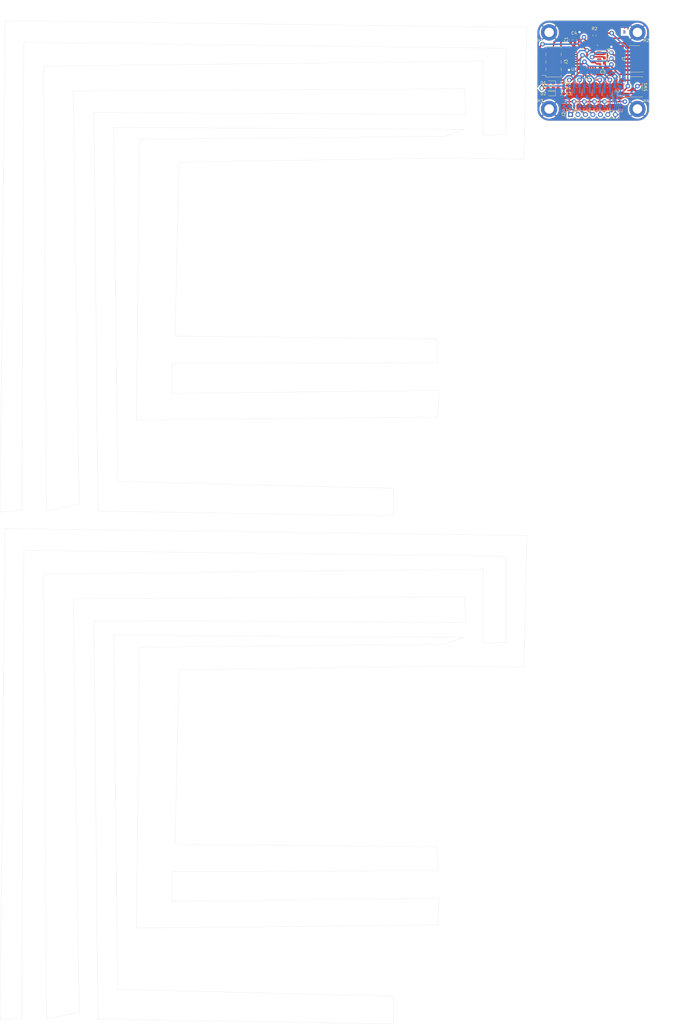
<source format=kicad_pcb>
(kicad_pcb (version 20221018) (generator pcbnew)
  (layers (0 "F.Cu" signal) (31 "B.Cu" signal) (34 "B.Paste" user) (35 "F.Paste" user) (36 "B.SilkS" user "B.Silkscreen") (37 "F.SilkS" user "F.Silkscreen") (38 "B.Mask" user) (39 "F.Mask" user) (44 "Edge.Cuts" user))
  (net 0 "")
  (net 1 "+5V-v2-")
  (net 2 "GND-v2-")
  (net 3 "+3.3V-v2-")
  (net 4 "Net-(D1-K)-v2-")
  (net 6 "Net-(D3-K)-v2-")
  (net 7 "Status_LED-v2-")
  (net 8 "Data_Clock_SNES-v2-")
  (net 9 "Data_Latch_SNES-v2-")
  (net 10 "Net-(D2-K)-v2-")
  (net 11 "Serial_Data1_SNES-v2-")
  (net 12 "Serial_Data2_SNES-v2-")
  (net 13 "SPI_Chip_Select-v2-")
  (net 14 "Chip_Enable-v2-")
  (net 15 "SPI_Digital_Input-v2-")
  (net 16 "SPI_Clock-v2-")
  (net 17 "SPI_Digital_Output-v2-")
  (net 18 "IOBit_SNES-v2-")
  (net 19 "Data_Clock_STM32-v2-")
  (net 20 "Data_Latch_STM32-v2-")
  (net 21 "Appairing_Btn-v2-")
  (net 22 "Net-(U2-BP)-v2-")
  (net 23 "SWDIO-v2-")
  (net 24 "SWDCK-v2-")
  (net 27 "NRST-v2-")
  (net 28 "USART2_RX-v2-")
  (net 29 "USART2_TX-v2-")
  (net 30 "Serial_Data1_STM32-v2-")
  (net 31 "IOBit_STM32-v2-")
  (net 32 "Serial_Data2_STM32-v2-")
  (footprint "Connector_PinHeader_1.27mm:PinHeader_2x07_P1.27mm_Vertical_SMD" (layer "F.Cu") (at 216.75 14.25 180)
    (fp_text reference "J1")
    (fp_text value "Conn_02x07_Odd_Even")
  )
  (footprint "MountingHole:MountingHole_3.2mm_M3_DIN965_Pad" (layer "F.Cu") (at 217.75 5.25)
    (fp_text reference "H2")
    (fp_text value "MountingHole_Pad")
  )
  (footprint "MountingHole:MountingHole_3.2mm_M3_DIN965_Pad" (layer "F.Cu") (at 217.75 31.25)
    (fp_text reference "H4")
    (fp_text value "MountingHole_Pad")
  )
  (footprint "Connector_PinSocket_2.54mm:PinSocket_2x04_P2.54mm_Vertical_SMD" (layer "F.Cu") (at 189.25 15.25 180)
    (fp_text reference "J3")
    (fp_text value "Conn_01x08_Socket")
  )
  (footprint "Button_Switch_SMD:SW_SPST_B3S-1000" (layer "F.Cu") (at 216.25 23.75 180)
    (fp_text reference "SW1")
    (fp_text value "SW_SPST")
  )
  (footprint "Resistor_SMD:R_0603_1608Metric_Pad0.98x0.95mm_HandSolder" (layer "F.Cu") (at 191.76875 26.05)
    (fp_text reference "R3")
    (fp_text value "1k")
  )
  (footprint "Diode_SMD:D_0603_1608Metric_Pad1.05x0.95mm_HandSolder" (layer "F.Cu") (at 188.26875 22.45 180)
    (fp_text reference "D1")
    (fp_text value "LED_Small")
  )
  (footprint "Capacitor_SMD:C_0603_1608Metric_Pad1.08x0.95mm_HandSolder" (layer "F.Cu") (at 195.05 7.75 90)
    (fp_text reference "C1")
    (fp_text value "10u")
  )
  (footprint "Capacitor_SMD:C_0603_1608Metric_Pad1.08x0.95mm_HandSolder" (layer "F.Cu") (at 206.0025 17.19)
    (fp_text reference "C3")
    (fp_text value "100n")
  )
  (footprint "MountingHole:MountingHole_3.2mm_M3_DIN965_Pad" (layer "F.Cu") (at 187.75 5.25)
    (fp_text reference "H1")
    (fp_text value "MountingHole_Pad")
  )
  (footprint "Resistor_SMD:R_0603_1608Metric_Pad0.98x0.95mm_HandSolder" (layer "F.Cu") (at 203.17 6.32 90)
    (fp_text reference "R2")
    (fp_text value "10k")
  )
  (footprint "Capacitor_SMD:C_0603_1608Metric_Pad1.08x0.95mm_HandSolder" (layer "F.Cu") (at 196.55 7.75 90)
    (fp_text reference "C4")
    (fp_text value "100n")
  )
  (footprint "Capacitor_SMD:C_0603_1608Metric_Pad1.08x0.95mm_HandSolder" (layer "F.Cu") (at 206.51 14.8025 90)
    (fp_text reference "C2")
    (fp_text value "100n")
  )
  (footprint "Diode_SMD:D_0603_1608Metric_Pad1.05x0.95mm_HandSolder" (layer "F.Cu") (at 188.26875 26.05 180)
    (fp_text reference "D2")
    (fp_text value "LED_Small")
  )
  (footprint "Capacitor_SMD:C_0603_1608Metric_Pad1.08x0.95mm_HandSolder" (layer "F.Cu") (at 206.51 11.5 90)
    (fp_text reference "C5")
    (fp_text value "100n")
  )
  (footprint "Package_QFP:LQFP-32_7x7mm_P0.8mm" (layer "F.Cu") (at 200.6 13.15 180)
    (fp_text reference "U1")
    (fp_text value "STM32L412KBTx")
  )
  (footprint "MountingHole:MountingHole_3.2mm_M3_DIN965_Pad" (layer "F.Cu") (at 187.75 31.25)
    (fp_text reference "H3")
    (fp_text value "MountingHole_Pad")
  )
  (footprint "Resistor_SMD:R_0603_1608Metric_Pad0.98x0.95mm_HandSolder" (layer "F.Cu") (at 191.76875 22.45)
    (fp_text reference "R1")
    (fp_text value "1k")
  )
  (footprint "Diode_SMD:D_0603_1608Metric_Pad1.05x0.95mm_HandSolder" (layer "F.Cu") (at 188.26875 24.25 180)
    (fp_text reference "D3")
    (fp_text value "LED")
  )
  (footprint "Connector_PinHeader_2.54mm:PinHeader_1x07_P2.54mm_Vertical" (layer "F.Cu") (at 195 33.15 90)
    (fp_text reference "J2")
    (fp_text value "Conn_01x07_Socket")
  )
  (footprint "Resistor_SMD:R_0603_1608Metric_Pad0.98x0.95mm_HandSolder" (layer "F.Cu") (at 191.76875 24.25)
    (fp_text reference "R4")
    (fp_text value "1k")
  )
  (footprint "Resistor_SMD:R_0603_1608Metric_Pad0.98x0.95mm_HandSolder" (layer "B.Cu") (at 193.7 23.45)
    (fp_text reference "R5")
    (fp_text value "10k")
  )
  (footprint "Resistor_SMD:R_0603_1608Metric_Pad0.98x0.95mm_HandSolder" (layer "B.Cu") (at 207.5 30.35)
    (fp_text reference "R14")
    (fp_text value "10k")
  )
  (footprint "Resistor_SMD:R_0603_1608Metric_Pad0.98x0.95mm_HandSolder" (layer "B.Cu") (at 204.05 30.35)
    (fp_text reference "R13")
    (fp_text value "10k")
  )
  (footprint "Resistor_SMD:R_0603_1608Metric_Pad0.98x0.95mm_HandSolder" (layer "B.Cu") (at 207.5 23.45)
    (fp_text reference "R9")
    (fp_text value "10k")
  )
  (footprint "Package_TO_SOT_SMD:SOT-23" (layer "B.Cu") (at 193.7 26.15 -90)
    (fp_text reference "Q1")
    (fp_text value "2N7002")
  )
  (footprint "Capacitor_SMD:C_0603_1608Metric_Pad1.08x0.95mm_HandSolder" (layer "B.Cu") (at 210.9 22.2 180)
    (fp_text reference "C7")
    (fp_text value "2.2u")
  )
  (footprint "Capacitor_SMD:C_0603_1608Metric_Pad1.08x0.95mm_HandSolder" (layer "B.Cu") (at 210.9 23.7 180)
    (fp_text reference "C6")
    (fp_text value "470p")
  )
  (footprint "Resistor_SMD:R_0603_1608Metric_Pad0.98x0.95mm_HandSolder" (layer "B.Cu") (at 197.15 30.35)
    (fp_text reference "R11")
    (fp_text value "10k")
  )
  (footprint "Package_TO_SOT_SMD:SOT-23" (layer "B.Cu") (at 197.15 26.15 -90)
    (fp_text reference "Q2")
    (fp_text value "2N7002")
  )
  (footprint "Resistor_SMD:R_0603_1608Metric_Pad0.98x0.95mm_HandSolder" (layer "B.Cu") (at 200.6 30.35)
    (fp_text reference "R12")
    (fp_text value "10k")
  )
  (footprint "Package_SO:MSOP-8_3x3mm_P0.65mm" (layer "B.Cu") (at 211.0125 27.9 -90)
    (fp_text reference "U2")
    (fp_text value "MIC5219-3.3YMM")
  )
  (footprint "Resistor_SMD:R_0603_1608Metric_Pad0.98x0.95mm_HandSolder" (layer "B.Cu") (at 200.6 23.45)
    (fp_text reference "R7")
    (fp_text value "10k")
  )
  (footprint "Package_TO_SOT_SMD:SOT-23" (layer "B.Cu") (at 200.6 26.15 -90)
    (fp_text reference "Q3")
    (fp_text value "2N7002")
  )
  (footprint "Package_TO_SOT_SMD:SOT-23" (layer "B.Cu") (at 207.5 26.15 -90)
    (fp_text reference "Q5")
    (fp_text value "2N7002")
  )
  (footprint "Package_TO_SOT_SMD:SOT-23" (layer "B.Cu") (at 204.05 26.15 -90)
    (fp_text reference "Q4")
    (fp_text value "2N7002")
  )
  (footprint "Resistor_SMD:R_0603_1608Metric_Pad0.98x0.95mm_HandSolder" (layer "B.Cu") (at 193.7 30.35)
    (fp_text reference "R10")
    (fp_text value "10k")
  )
  (footprint "Resistor_SMD:R_0603_1608Metric_Pad0.98x0.95mm_HandSolder" (layer "B.Cu") (at 197.15 23.45)
    (fp_text reference "R6")
    (fp_text value "10k")
  )
  (footprint "Resistor_SMD:R_0603_1608Metric_Pad0.98x0.95mm_HandSolder" (layer "B.Cu") (at 204.05 23.45)
    (fp_text reference "R8")
    (fp_text value "10k")
  )
  (gr_line (start 180.219937 3.59989) (end 2.929937 1.24989) (stroke (width 0.05)) (layer "Edge.Cuts"))
  (gr_line (start 59.679937 127.82989) (end 59.679937 117.75989) (stroke (width 0.05)) (layer "Edge.Cuts"))
  (gr_line (start 134.889937 341.96989) (end 134.889937 332.56989) (stroke (width 0.05)) (layer "Edge.Cuts"))
  (gr_line (start 39.869937 210.00989) (end 158.729937 210.68989) (stroke (width 0.05)) (layer "Edge.Cuts"))
  (gr_line (start 173.159937 10.64989) (end 173.159937 39.85989) (stroke (width 0.05)) (layer "Edge.Cuts"))
  (gr_line (start 159.399937 205.64989) (end 33.149937 204.97989) (stroke (width 0.05)) (layer "Edge.Cuts"))
  (gr_line (start 153.019937 47.91989) (end 179.209937 48.25989) (stroke (width 0.05)) (layer "Edge.Cuts"))
  (gr_line (start 48.599937 41.53989) (end 47.589937 136.89989) (stroke (width 0.05)) (layer "Edge.Cuts"))
  (gr_line (start 8.639937 167.44989) (end 9.309937 8.63989) (stroke (width 0.05)) (layer "Edge.Cuts"))
  (gr_line (start 9.309937 8.63989) (end 173.159937 10.64989) (stroke (width 0.05)) (layer "Edge.Cuts"))
  (gr_line (start 9.309937 181.13989) (end 173.159937 183.14989) (stroke (width 0.05)) (layer "Edge.Cuts"))
  (gr_line (start 2.929937 173.74989) (end 1.249937 340.62989) (stroke (width 0.05)) (layer "Edge.Cuts"))
  (gr_line (start 59.679937 300.32989) (end 59.679937 290.25989) (stroke (width 0.05)) (layer "Edge.Cuts"))
  (gr_line (start 59.679937 290.25989) (end 149.999937 289.92989) (stroke (width 0.05)) (layer "Edge.Cuts"))
  (gr_line (start 152.349937 213.03989) (end 48.599937 214.03989) (stroke (width 0.05)) (layer "Edge.Cuts"))
  (gr_line (start 159.399937 33.14989) (end 33.149937 32.47989) (stroke (width 0.05)) (layer "Edge.Cuts"))
  (gr_line (start 173.159937 183.14989) (end 173.159937 212.35989) (stroke (width 0.05)) (layer "Edge.Cuts"))
  (gr_line (start 150.329937 126.82989) (end 59.679937 127.82989) (stroke (width 0.05)) (layer "Edge.Cuts"))
  (gr_line (start 183.75 31.25) (end 183.75 5.25) (stroke (width 0.1)) (layer "Edge.Cuts"))
  (gr_line (start 165.439937 15.01989) (end 16.029937 16.69989) (stroke (width 0.05)) (layer "Edge.Cuts"))
  (gr_line (start 33.149937 32.47989) (end 34.489937 167.78989) (stroke (width 0.05)) (layer "Edge.Cuts"))
  (gr_line (start 134.889937 169.46989) (end 134.889937 160.06989) (stroke (width 0.05)) (layer "Edge.Cuts"))
  (gr_line (start 17.039937 167.78989) (end 28.119937 165.43989) (stroke (width 0.05)) (layer "Edge.Cuts"))
  (gr_line (start 165.439937 212.69989) (end 165.439937 187.51989) (stroke (width 0.05)) (layer "Edge.Cuts"))
  (gr_line (start 60.679937 108.35989) (end 62.029937 49.26989) (stroke (width 0.05)) (layer "Edge.Cuts"))
  (gr_line (start 159.059937 24.41989) (end 159.399937 33.14989) (stroke (width 0.05)) (layer "Edge.Cuts"))
  (gr_line (start 17.039937 340.28989) (end 28.119937 337.93989) (stroke (width 0.05)) (layer "Edge.Cuts"))
  (gr_line (start 158.729937 38.18989) (end 152.349937 40.53989) (stroke (width 0.05)) (layer "Edge.Cuts"))
  (gr_line (start 180.219937 176.09989) (end 2.929937 173.74989) (stroke (width 0.05)) (layer "Edge.Cuts"))
  (gr_line (start 153.019937 220.41989) (end 179.209937 220.75989) (stroke (width 0.05)) (layer "Edge.Cuts"))
  (gr_line (start 28.119937 165.43989) (end 26.099937 25.08989) (stroke (width 0.05)) (layer "Edge.Cuts"))
  (gr_line (start 159.059937 196.91989) (end 159.399937 205.64989) (stroke (width 0.05)) (layer "Edge.Cuts"))
  (gr_line (start 28.119937 337.93989) (end 26.099937 197.58989) (stroke (width 0.05)) (layer "Edge.Cuts"))
  (gr_line (start 149.999937 308.38989) (end 150.329937 299.32989) (stroke (width 0.05)) (layer "Edge.Cuts"))
  (gr_line (start 26.099937 197.58989) (end 159.059937 196.91989) (stroke (width 0.05)) (layer "Edge.Cuts"))
  (gr_line (start 221.75 5.25) (end 221.75 31.25) (stroke (width 0.1)) (layer "Edge.Cuts"))
  (gr_line (start 179.209937 220.75989) (end 180.219937 176.09989) (stroke (width 0.05)) (layer "Edge.Cuts"))
  (gr_line (start 47.589937 136.89989) (end 149.999937 135.88989) (stroke (width 0.05)) (layer "Edge.Cuts"))
  (gr_line (start 149.999937 289.92989) (end 149.659937 281.86989) (stroke (width 0.05)) (layer "Edge.Cuts"))
  (gr_line (start 165.439937 187.51989) (end 16.029937 189.19989) (stroke (width 0.05)) (layer "Edge.Cuts"))
  (gr_line (start 165.439937 40.19989) (end 165.439937 15.01989) (stroke (width 0.05)) (layer "Edge.Cuts"))
  (gr_line (start 39.869937 37.50989) (end 158.729937 38.18989) (stroke (width 0.05)) (layer "Edge.Cuts"))
  (gr_line (start 62.029937 49.26989) (end 153.019937 47.91989) (stroke (width 0.05)) (layer "Edge.Cuts"))
  (gr_arc (start 221.75 31.25) (mid 220.578427 34.078427) (end 217.75 35.25) (stroke (width 0.1)) (layer "Edge.Cuts"))
  (gr_line (start 34.489937 167.78989) (end 134.889937 169.46989) (stroke (width 0.05)) (layer "Edge.Cuts"))
  (gr_arc (start 183.75 5.25) (mid 184.921573 2.421573) (end 187.75 1.25) (stroke (width 0.1)) (layer "Edge.Cuts"))
  (gr_line (start 16.029937 189.19989) (end 17.039937 340.28989) (stroke (width 0.05)) (layer "Edge.Cuts"))
  (gr_line (start 8.639937 339.94989) (end 9.309937 181.13989) (stroke (width 0.05)) (layer "Edge.Cuts"))
  (gr_arc (start 217.75 1.25) (mid 220.578427 2.421573) (end 221.75 5.25) (stroke (width 0.1)) (layer "Edge.Cuts"))
  (gr_line (start 59.679937 117.75989) (end 149.999937 117.42989) (stroke (width 0.05)) (layer "Edge.Cuts"))
  (gr_line (start 152.349937 40.53989) (end 48.599937 41.53989) (stroke (width 0.05)) (layer "Edge.Cuts"))
  (gr_line (start 149.659937 281.86989) (end 60.679937 280.85989) (stroke (width 0.05)) (layer "Edge.Cuts"))
  (gr_line (start 149.999937 135.88989) (end 150.329937 126.82989) (stroke (width 0.05)) (layer "Edge.Cuts"))
  (gr_line (start 48.599937 214.03989) (end 47.589937 309.39989) (stroke (width 0.05)) (layer "Edge.Cuts"))
  (gr_line (start 33.149937 204.97989) (end 34.489937 340.28989) (stroke (width 0.05)) (layer "Edge.Cuts"))
  (gr_line (start 60.679937 280.85989) (end 62.029937 221.76989) (stroke (width 0.05)) (layer "Edge.Cuts"))
  (gr_line (start 41.209937 330.21989) (end 39.869937 210.00989) (stroke (width 0.05)) (layer "Edge.Cuts"))
  (gr_line (start 134.889937 332.56989) (end 41.209937 330.21989) (stroke (width 0.05)) (layer "Edge.Cuts"))
  (gr_line (start 149.659937 109.36989) (end 60.679937 108.35989) (stroke (width 0.05)) (layer "Edge.Cuts"))
  (gr_line (start 217.75 35.25) (end 187.75 35.25) (stroke (width 0.1)) (layer "Edge.Cuts"))
  (gr_line (start 187.75 1.25) (end 217.75 1.25) (stroke (width 0.1)) (layer "Edge.Cuts"))
  (gr_line (start 158.729937 210.68989) (end 152.349937 213.03989) (stroke (width 0.05)) (layer "Edge.Cuts"))
  (gr_line (start 1.249937 168.12989) (end 8.639937 167.44989) (stroke (width 0.05)) (layer "Edge.Cuts"))
  (gr_line (start 41.209937 157.71989) (end 39.869937 37.50989) (stroke (width 0.05)) (layer "Edge.Cuts"))
  (gr_line (start 26.099937 25.08989) (end 159.059937 24.41989) (stroke (width 0.05)) (layer "Edge.Cuts"))
  (gr_line (start 34.489937 340.28989) (end 134.889937 341.96989) (stroke (width 0.05)) (layer "Edge.Cuts"))
  (gr_line (start 149.999937 117.42989) (end 149.659937 109.36989) (stroke (width 0.05)) (layer "Edge.Cuts"))
  (gr_line (start 47.589937 309.39989) (end 149.999937 308.38989) (stroke (width 0.05)) (layer "Edge.Cuts"))
  (gr_line (start 173.159937 212.35989) (end 165.439937 212.69989) (stroke (width 0.05)) (layer "Edge.Cuts"))
  (gr_line (start 134.889937 160.06989) (end 41.209937 157.71989) (stroke (width 0.05)) (layer "Edge.Cuts"))
  (gr_line (start 150.329937 299.32989) (end 59.679937 300.32989) (stroke (width 0.05)) (layer "Edge.Cuts"))
  (gr_line (start 16.029937 16.69989) (end 17.039937 167.78989) (stroke (width 0.05)) (layer "Edge.Cuts"))
  (gr_arc (start 187.75 35.25) (mid 184.921573 34.078427) (end 183.75 31.25) (stroke (width 0.1)) (layer "Edge.Cuts"))
  (gr_line (start 1.249937 340.62989) (end 8.639937 339.94989) (stroke (width 0.05)) (layer "Edge.Cuts"))
  (gr_line (start 62.029937 221.76989) (end 153.019937 220.41989) (stroke (width 0.05)) (layer "Edge.Cuts"))
  (gr_line (start 179.209937 48.25989) (end 180.219937 3.59989) (stroke (width 0.05)) (layer "Edge.Cuts"))
  (gr_line (start 2.929937 1.24989) (end 1.249937 168.12989) (stroke (width 0.05)) (layer "Edge.Cuts"))
  (gr_line (start 173.159937 39.85989) (end 165.439937 40.19989) (stroke (width 0.05)) (layer "Edge.Cuts"))
  (gr_text "SNES Plug" (at 205.75 3.75) (layer "F.Cu") (effects (font (size 1 1)) (justify left bottom)))
  (gr_text "T" (at 212.75 5.75) (layer "F.Cu") (effects (font (size 1 1)) (justify left bottom)))
  (gr_text "B" (at 212.75 5.75) (layer "B.Cu") (effects (font (size 1 1)) (justify left bottom)))
  (segment (start 188.809189 27.5) (end 190.25 27.5) (width 0.5) (layer "F.Cu") (net 1))
  (segment (start 196.2375 28.75) (end 196.2375 31.9125) (width 0.5) (layer "F.Cu") (net 1))
  (segment (start 187.39375 26.05) (end 187.39375 26.084561) (width 0.5) (layer "F.Cu") (net 1))
  (segment (start 196.2375 31.9125) (end 195 33.15) (width 0.5) (layer "F.Cu") (net 1))
  (segment (start 191.5 28.75) (end 196.2375 28.75) (width 0.5) (layer "F.Cu") (net 1))
  (segment (start 190.25 27.5) (end 191.5 28.75) (width 0.5) (layer "F.Cu") (net 1))
  (segment (start 203.1375 28.75) (end 199.6875 28.75) (width 0.5) (layer "F.Cu") (net 1))
  (segment (start 203.1375 28.75) (end 206.5875 28.75) (width 0.5) (layer "F.Cu") (net 1))
  (segment (start 206.5875 28.75) (end 213.5 28.75) (width 0.5) (layer "F.Cu") (net 1))
  (segment (start 187.39375 26.084561) (end 188.809189 27.5) (width 0.5) (layer "F.Cu") (net 1))
  (segment (start 196.2375 28.75) (end 199.6875 28.75) (width 0.3) (layer "F.Cu") (net 1))
  (via (at 203.1375 28.75) (size 1.6) (drill 0.8) (layers "F.Cu" "B.Cu") (net 1))
  (via (at 199.6875 28.75) (size 1.6) (drill 0.8) (layers "F.Cu" "B.Cu") (net 1))
  (via (at 196.2375 28.75) (size 1.6) (drill 0.8) (layers "F.Cu" "B.Cu") (net 1))
  (via (at 206.5875 28.75) (size 1.6) (drill 0.8) (layers "F.Cu" "B.Cu") (net 1))
  (via (at 213.5 28.75) (size 1.6) (drill 0.8) (layers "F.Cu" "B.Cu") (net 1))
  (segment (start 212.106739 28.65) (end 210.6875 27.230761) (width 0.5) (layer "B.Cu") (net 1))
  (segment (start 195 33.15) (end 195 32.5625) (width 0.5) (layer "B.Cu") (net 1))
  (segment (start 206.5875 28.75) (end 206.5875 30.35) (width 0.5) (layer "B.Cu") (net 1))
  (segment (start 203.1375 28.75) (end 203.1375 30.35) (width 0.5) (layer "B.Cu") (net 1))
  (segment (start 213.4 28.65) (end 212.106739 28.65) (width 0.5) (layer "B.Cu") (net 1))
  (segment (start 195 32.5625) (end 192.7875 30.35) (width 0.5) (layer "B.Cu") (net 1))
  (segment (start 210.6875 25.7875) (end 210.6875 27.230761) (width 0.3) (layer "B.Cu") (net 1))
  (segment (start 213.5 28.75) (end 213.4 28.65) (width 0.5) (layer "B.Cu") (net 1))
  (segment (start 196.2375 30.35) (end 196.2375 28.75) (width 0.5) (layer "B.Cu") (net 1))
  (segment (start 199.6875 28.75) (end 199.6875 30.35) (width 0.5) (layer "B.Cu") (net 1))
  (segment (start 206.51 15.591193) (end 207.535 14.566193) (width 0.5) (layer "F.Cu") (net 2))
  (segment (start 198.1 5.15) (end 197.8 5.45) (width 0.5) (layer "F.Cu") (net 2))
  (segment (start 206.865 16.02) (end 206.51 15.665) (width 0.5) (layer "F.Cu") (net 2))
  (segment (start 206.51 15.665) (end 206.51 15.591193) (width 0.5) (layer "F.Cu") (net 2))
  (segment (start 206.865 17.19) (end 206.865 16.02) (width 0.5) (layer "F.Cu") (net 2))
  (segment (start 196.55 6.7) (end 198.1 5.15) (width 0.5) (layer "F.Cu") (net 2))
  (segment (start 205.84 18.215) (end 206.865 17.19) (width 0.5) (layer "F.Cu") (net 2))
  (segment (start 207.535 11.6625) (end 206.51 10.6375) (width 0.5) (layer "F.Cu") (net 2))
  (segment (start 207.535 14.566193) (end 207.535 11.6625) (width 0.5) (layer "F.Cu") (net 2))
  (segment (start 204.29 18.215) (end 205.84 18.215) (width 0.5) (layer "F.Cu") (net 2))
  (segment (start 195.05 6.8875) (end 196.55 6.8875) (width 0.5) (layer "F.Cu") (net 2))
  (segment (start 193.44 19.06) (end 191.77 19.06) (width 0.5) (layer "F.Cu") (net 2))
  (segment (start 197.8 5.45) (end 197.8 8.975) (width 0.5) (layer "F.Cu") (net 2))
  (segment (start 208.899189 10.15) (end 208.411689 10.6375) (width 0.5) (layer "F.Cu") (net 2))
  (segment (start 194.5 18) (end 193.44 19.06) (width 0.5) (layer "F.Cu") (net 2))
  (segment (start 208.411689 10.6375) (end 206.51 10.6375) (width 0.5) (layer "F.Cu") (net 2))
  (segment (start 196.55 6.8875) (end 196.55 6.7) (width 0.5) (layer "F.Cu") (net 2))
  (segment (start 203.4 17.325) (end 204.29 18.215) (width 0.5) (layer "F.Cu") (net 2))
  (via (at 208.899189 10.15) (size 1.6) (drill 0.8) (layers "F.Cu" "B.Cu") (net 2))
  (via (at 198.1 5.15) (size 1.6) (drill 0.8) (layers "F.Cu" "B.Cu") (net 2))
  (via (at 194.5 18) (size 1.6) (drill 0.8) (layers "F.Cu" "B.Cu") (net 2))
  (via (at 210.0375 20.15) (size 1.6) (drill 0.8) (layers "F.Cu" "B.Cu") (net 2))
  (segment (start 208.899189 10.15) (end 206.15 10.15) (width 0.5) (layer "B.Cu") (net 2))
  (segment (start 210.0375 20.1875) (end 210 20.15) (width 0.5) (layer "B.Cu") (net 2))
  (segment (start 210.0375 22.2) (end 210.0375 23.7) (width 0.5) (layer "B.Cu") (net 2))
  (segment (start 206.15 10.15) (end 201.15 5.15) (width 0.5) (layer "B.Cu") (net 2))
  (segment (start 201.15 5.15) (end 198.1 5.15) (width 0.5) (layer "B.Cu") (net 2))
  (segment (start 210.0375 22.2) (end 210.0375 20.15) (width 0.5) (layer "B.Cu") (net 2))
  (segment (start 200.6 11.4) (end 199.55 10.35) (width 0.5) (layer "F.Cu") (net 3))
  (segment (start 218.7 16.79) (end 220.4 16.79) (width 0.5) (layer "F.Cu") (net 3))
  (segment (start 205.14 17.19) (end 205.14 16.315) (width 0.5) (layer "F.Cu") (net 3))
  (segment (start 187.39375 24.25) (end 185.25 24.25) (width 0.5) (layer "F.Cu") (net 3))
  (segment (start 204.775 12.75) (end 203.75 12.75) (width 0.5) (layer "F.Cu") (net 3))
  (segment (start 220.225 21.5) (end 220.75 20.975) (width 0.5) (layer "F.Cu") (net 3))
  (segment (start 199.55 10.35) (end 196.425 10.35) (width 0.5) (layer "F.Cu") (net 3))
  (segment (start 217.75 23.5) (end 218.225 23.5) (width 0.5) (layer "F.Cu") (net 3))
  (segment (start 212.275 21.5) (end 220.225 21.5) (width 0.5) (layer "F.Cu") (net 3))
  (segment (start 196.425 10.35) (end 196.425 8.7375) (width 0.5) (layer "F.Cu") (net 3))
  (segment (start 220.4 16.79) (end 220.75 17.14) (width 0.5) (layer "F.Cu") (net 3))
  (segment (start 203.75 12.75) (end 202.4 11.4) (width 0.5) (layer "F.Cu") (net 3))
  (segment (start 195.05 8.6125) (end 195.05 8.975) (width 0.5) (layer "F.Cu") (net 3))
  (segment (start 200.6 13.809189) (end 200.6 11.4) (width 0.5) (layer "F.Cu") (net 3))
  (segment (start 196.425 8.7375) (end 196.55 8.6125) (width 0.5) (layer "F.Cu") (net 3))
  (segment (start 204.775 15.95) (end 203.870406 15.95) (width 0.5) (layer "F.Cu") (net 3))
  (segment (start 185.25 20.54) (end 186.73 19.06) (width 0.5) (layer "F.Cu") (net 3))
  (segment (start 202.4 11.4) (end 200.6 11.4) (width 0.5) (layer "F.Cu") (net 3))
  (segment (start 206.51 12.3625) (end 206.1225 12.75) (width 0.5) (layer "F.Cu") (net 3))
  (segment (start 185.25 24.25) (end 185.25 20.54) (width 0.5) (layer "F.Cu") (net 3))
  (segment (start 195.05 8.975) (end 196.425 10.35) (width 0.5) (layer "F.Cu") (net 3))
  (segment (start 205.14 16.315) (end 204.775 15.95) (width 0.5) (layer "F.Cu") (net 3))
  (segment (start 220.75 20.975) (end 220.75 17.14) (width 0.5) (layer "F.Cu") (net 3))
  (segment (start 203.870406 15.95) (end 203.420406 15.5) (width 0.5) (layer "F.Cu") (net 3))
  (segment (start 218.225 23.5) (end 220.225 21.5) (width 0.5) (layer "F.Cu") (net 3))
  (segment (start 202.290811 15.5) (end 200.6 13.809189) (width 0.5) (layer "F.Cu") (net 3))
  (segment (start 203.420406 15.5) (end 202.290811 15.5) (width 0.5) (layer "F.Cu") (net 3))
  (segment (start 206.1225 12.75) (end 204.775 12.75) (width 0.5) (layer "F.Cu") (net 3))
  (via (at 200.6 11.4) (size 1.6) (drill 0.8) (layers "F.Cu" "B.Cu") (net 3))
  (via (at 217.75 23.5) (size 1.6) (drill 0.8) (layers "F.Cu" "B.Cu") (net 3))
  (via (at 185.25 24.25) (size 1.6) (drill 0.8) (layers "F.Cu" "B.Cu") (net 3))
  (segment (start 204.203311 20.05) (end 203.1375 21.115811) (width 0.5) (layer "B.Cu") (net 3))
  (segment (start 205.521689 20.05) (end 204.203311 20.05) (width 0.5) (layer "B.Cu") (net 3))
  (segment (start 195.171689 20.05) (end 196.2375 21.115811) (width 0.5) (layer "B.Cu") (net 3))
  (segment (start 200.753311 20.05) (end 202.071689 20.05) (width 0.5) (layer "B.Cu") (net 3))
  (segment (start 198.621689 20.05) (end 197.303311 20.05) (width 0.5) (layer "B.Cu") (net 3))
  (segment (start 196.2 25.2125) (end 196.2 23.4875) (width 0.5) (layer "B.Cu") (net 3))
  (segment (start 200.6 11.4) (end 198.35 11.4) (width 0.5) (layer "B.Cu") (net 3))
  (segment (start 203.1 25.2125) (end 203.1 23.4875) (width 0.5) (layer "B.Cu") (net 3))
  (segment (start 211.7625 22.2) (end 211.7625 19.965811) (width 0.5) (layer "B.Cu") (net 3))
  (segment (start 210.596689 18.8) (end 208.903311 18.8) (width 0.5) (layer "B.Cu") (net 3))
  (segment (start 206.55 25.2125) (end 206.55 23.4875) (width 0.5) (layer "B.Cu") (net 3))
  (segment (start 211.3375 25.7875) (end 211.3375 26.727817) (width 0.3) (layer "B.Cu") (net 3))
  (segment (start 196.2 23.4875) (end 196.2375 23.45) (width 0.5) (layer "B.Cu") (net 3))
  (segment (start 186.05 23.45) (end 192.7875 23.45) (width 0.5) (layer "B.Cu") (net 3))
  (segment (start 206.5875 23.45) (end 206.5875 21.115811) (width 0.5) (layer "B.Cu") (net 3))
  (segment (start 199.6875 23.45) (end 199.6875 21.115811) (width 0.5) (layer "B.Cu") (net 3))
  (segment (start 198.35 11.4) (end 197.303311 12.446689) (width 0.5) (layer "B.Cu") (net 3))
  (segment (start 197.303311 12.446689) (end 197.303311 20.05) (width 0.5) (layer "B.Cu") (net 3))
  (segment (start 213 22.75) (end 212.45 22.2) (width 0.5) (layer "B.Cu") (net 3))
  (segment (start 203.1375 21.115811) (end 203.1375 23.45) (width 0.5) (layer "B.Cu") (net 3))
  (segment (start 192.75 23.4875) (end 192.7875 23.45) (width 0.5) (layer "B.Cu") (net 3))
  (segment (start 199.65 23.4875) (end 199.6875 23.45) (width 0.5) (layer "B.Cu") (net 3))
  (segment (start 211.7625 19.965811) (end 210.596689 18.8) (width 0.5) (layer "B.Cu") (net 3))
  (segment (start 199.65 25.2125) (end 199.65 23.4875) (width 0.5) (layer "B.Cu") (net 3))
  (segment (start 203.1 23.4875) (end 203.1375 23.45) (width 0.5) (layer "B.Cu") (net 3))
  (segment (start 212.356739 27.15) (end 211.759683 27.15) (width 0.5) (layer "B.Cu") (net 3))
  (segment (start 214.743261 26.506739) (end 217.75 23.5) (width 0.5) (layer "B.Cu") (net 3))
  (segment (start 211.3375 26.727817) (end 211.759683 27.15) (width 0.3) (layer "B.Cu") (net 3))
  (segment (start 197.303311 20.05) (end 196.2375 21.115811) (width 0.5) (layer "B.Cu") (net 3))
  (segment (start 206.55 23.4875) (end 206.5875 23.45) (width 0.5) (layer "B.Cu") (net 3))
  (segment (start 202.071689 20.05) (end 203.1375 21.115811) (width 0.5) (layer "B.Cu") (net 3))
  (segment (start 214.743261 26.506739) (end 213 26.506739) (width 0.5) (layer "B.Cu") (net 3))
  (segment (start 192.7875 21.315811) (end 194.053311 20.05) (width 0.5) (layer "B.Cu") (net 3))
  (segment (start 196.2375 21.115811) (end 196.2375 23.45) (width 0.5) (layer "B.Cu") (net 3))
  (segment (start 194.053311 20.05) (end 195.171689 20.05) (width 0.5) (layer "B.Cu") (net 3))
  (segment (start 208.903311 18.8) (end 206.5875 21.115811) (width 0.5) (layer "B.Cu") (net 3))
  (segment (start 192.75 25.2125) (end 192.75 23.4875) (width 0.5) (layer "B.Cu") (net 3))
  (segment (start 185.25 24.25) (end 186.05 23.45) (width 0.5) (layer "B.Cu") (net 3))
  (segment (start 199.6875 21.115811) (end 200.753311 20.05) (width 0.5) (layer "B.Cu") (net 3))
  (segment (start 192.7875 23.45) (end 192.7875 21.315811) (width 0.5) (layer "B.Cu") (net 3))
  (segment (start 213 26.506739) (end 213 22.75) (width 0.5) (layer "B.Cu") (net 3))
  (segment (start 213 26.506739) (end 212.356739 27.15) (width 0.5) (layer "B.Cu") (net 3))
  (segment (start 199.6875 21.115811) (end 198.621689 20.05) (width 0.5) (layer "B.Cu") (net 3))
  (segment (start 212.45 22.2) (end 211.7625 22.2) (width 0.5) (layer "B.Cu") (net 3))
  (segment (start 206.5875 21.115811) (end 205.521689 20.05) (width 0.5) (layer "B.Cu") (net 3))
  (segment (start 190.85625 22.45) (end 189.14375 22.45) (width 0.5) (layer "F.Cu") (net 4))
  (segment (start 190.85625 24.25) (end 189.14375 24.25) (width 0.5) (layer "F.Cu") (net 6))
  (segment (start 194 20) (end 195.125 20) (width 0.5) (layer "F.Cu") (net 7))
  (segment (start 188.41875 21.425) (end 192.575 21.425) (width 0.5) (layer "F.Cu") (net 7))
  (segment (start 195.125 20) (end 197.8 17.325) (width 0.5) (layer "F.Cu") (net 7))
  (segment (start 192.575 21.425) (end 194 20) (width 0.5) (layer "F.Cu") (net 7))
  (segment (start 187.39375 22.45) (end 188.41875 21.425) (width 0.5) (layer "F.Cu") (net 7))
  (segment (start 197.54 32.54) (end 196.75 31.75) (width 0.5) (layer "B.Cu") (net 8))
  (segment (start 194.6125 30.35) (end 194.6125 28) (width 0.5) (layer "B.Cu") (net 8))
  (segment (start 194.6125 28) (end 193.7 27.0875) (width 0.5) (layer "B.Cu") (net 8))
  (segment (start 196.0125 31.75) (end 194.6125 30.35) (width 0.5) (layer "B.Cu") (net 8))
  (segment (start 196.75 31.75) (end 196.0125 31.75) (width 0.5) (layer "B.Cu") (net 8))
  (segment (start 197.54 33.15) (end 197.54 32.54) (width 0.5) (layer "B.Cu") (net 8))
  (segment (start 198.0625 28) (end 197.15 27.0875) (width 0.5) (layer "B.Cu") (net 9))
  (segment (start 198.0625 31.2125) (end 200 33.15) (width 0.5) (layer "B.Cu") (net 9))
  (segment (start 198.0625 30.35) (end 198.0625 28) (width 0.5) (layer "B.Cu") (net 9))
  (segment (start 198.0625 30.35) (end 198.0625 31.2125) (width 0.5) (layer "B.Cu") (net 9))
  (segment (start 189.14375 26.05) (end 190.85625 26.05) (width 0.5) (layer "F.Cu") (net 10))
  (segment (start 201.5125 30.35) (end 201.5125 28) (width 0.5) (layer "B.Cu") (net 11))
  (segment (start 201.5125 32.1625) (end 202.5 33.15) (width 0.5) (layer "B.Cu") (net 11))
  (segment (start 201.5125 28) (end 200.6 27.0875) (width 0.5) (layer "B.Cu") (net 11))
  (segment (start 201.5125 30.35) (end 201.5125 32.1625) (width 0.5) (layer "B.Cu") (net 11))
  (segment (start 204.9625 30.35) (end 204.9625 33.1125) (width 0.5) (layer "B.Cu") (net 12))
  (segment (start 204.9625 30.35) (end 204.9625 28) (width 0.5) (layer "B.Cu") (net 12))
  (segment (start 204.9625 33.1125) (end 205 33.15) (width 0.5) (layer "B.Cu") (net 12))
  (segment (start 204.9625 28) (end 204.05 27.0875) (width 0.5) (layer "B.Cu") (net 12))
  (segment (start 193.5 15.25) (end 188 15.25) (width 0.5) (layer "F.Cu") (net 13))
  (segment (start 196.425 11.15) (end 194.85 11.15) (width 0.5) (layer "F.Cu") (net 13))
  (segment (start 188 15.25) (end 186.73 16.52) (width 0.5) (layer "F.Cu") (net 13))
  (segment (start 194.85 11.15) (end 194 12) (width 0.5) (layer "F.Cu") (net 13))
  (segment (start 194 12) (end 194 14.75) (width 0.5) (layer "F.Cu") (net 13))
  (segment (start 194 14.75) (end 193.5 15.25) (width 0.5) (layer "F.Cu") (net 13))
  (segment (start 194.23 16.52) (end 195.125 15.625) (width 0.5) (layer "F.Cu") (net 14))
  (segment (start 191.77 16.52) (end 194.23 16.52) (width 0.5) (layer "F.Cu") (net 14))
  (segment (start 195.125 12.345406) (end 195.520406 11.95) (width 0.5) (layer "F.Cu") (net 14))
  (segment (start 195.520406 11.95) (end 196.425 11.95) (width 0.5) (layer "F.Cu") (net 14))
  (segment (start 195.125 15.625) (end 195.125 12.345406) (width 0.5) (layer "F.Cu") (net 14))
  (segment (start 191.77 8.516307) (end 196.486307 3.8) (width 0.5) (layer "F.Cu") (net 15))
  (segment (start 191.77 11.44) (end 191.77 8.516307) (width 0.5) (layer "F.Cu") (net 15))
  (segment (start 201 6) (end 201 8.975) (width 0.5) (layer "F.Cu") (net 15))
  (segment (start 196.486307 3.8) (end 198.8 3.8) (width 0.5) (layer "F.Cu") (net 15))
  (segment (start 198.8 3.8) (end 201 6) (width 0.5) (layer "F.Cu") (net 15))
  (segment (start 190.77 13.98) (end 189.25 12.46) (width 0.5) (layer "F.Cu") (net 16))
  (segment (start 195.75 2.5) (end 199.75 2.5) (width 0.5) (layer "F.Cu") (net 16))
  (segment (start 201.8 4.55) (end 201.8 8.975) (width 0.5) (layer "F.Cu") (net 16))
  (segment (start 189.25 9) (end 195.75 2.5) (width 0.5) (layer "F.Cu") (net 16))
  (segment (start 191.77 13.98) (end 190.77 13.98) (width 0.5) (layer "F.Cu") (net 16))
  (segment (start 189.25 12.46) (end 189.25 9) (width 0.5) (layer "F.Cu") (net 16))
  (segment (start 199.75 2.5) (end 201.8 4.55) (width 0.5) (layer "F.Cu") (net 16))
  (segment (start 200.2 8.070406) (end 200.2 8.975) (width 0.5) (layer "F.Cu") (net 17))
  (segment (start 184.68 10.07) (end 185.5 9.25) (width 0.5) (layer "F.Cu") (net 17))
  (segment (start 185.73 13.98) (end 184.68 12.93) (width 0.5) (layer "F.Cu") (net 17))
  (segment (start 184.68 12.93) (end 184.68 10.07) (width 0.5) (layer "F.Cu") (net 17))
  (segment (start 199.6 7.470406) (end 200.2 8.070406) (width 0.5) (layer "F.Cu") (net 17))
  (segment (start 199.6 6.9) (end 199.6 7.470406) (width 0.5) (layer "F.Cu") (net 17))
  (segment (start 186.73 13.98) (end 185.73 13.98) (width 0.5) (layer "F.Cu") (net 17))
  (via (at 185.5 9.25) (size 1.6) (drill 0.8) (layers "F.Cu" "B.Cu") (net 17))
  (via (at 199.6 6.9) (size 1.6) (drill 0.8) (layers "F.Cu" "B.Cu") (net 17))
  (segment (start 185.5 9.25) (end 197.25 9.25) (width 0.5) (layer "B.Cu") (net 17))
  (segment (start 197.25 9.25) (end 199.6 6.9) (width 0.5) (layer "B.Cu") (net 17))
  (segment (start 208.4125 28) (end 207.5 27.0875) (width 0.5) (layer "B.Cu") (net 18))
  (segment (start 208.4125 32.2375) (end 207.5 33.15) (width 0.5) (layer "B.Cu") (net 18))
  (segment (start 208.4125 30.35) (end 208.4125 28) (width 0.5) (layer "B.Cu") (net 18))
  (segment (start 208.4125 30.35) (end 208.4125 32.2375) (width 0.5) (layer "B.Cu") (net 18))
  (segment (start 198.6 18.229594) (end 198.6 17.325) (width 0.5) (layer "F.Cu") (net 19))
  (segment (start 195.429594 21.4) (end 198.6 18.229594) (width 0.5) (layer "F.Cu") (net 19))
  (segment (start 194.6125 21.4) (end 195.429594 21.4) (width 0.5) (layer "F.Cu") (net 19))
  (via (at 194.6125 21.4) (size 1.6) (drill 0.8) (layers "F.Cu" "B.Cu") (net 19))
  (segment (start 194.65 23.4875) (end 194.6125 23.45) (width 0.5) (layer "B.Cu") (net 19))
  (segment (start 194.6125 23.45) (end 194.6125 21.4) (width 0.5) (layer "B.Cu") (net 19))
  (segment (start 194.65 25.2125) (end 194.65 23.4875) (width 0.5) (layer "B.Cu") (net 19))
  (segment (start 199.4 20.0625) (end 199.4 17.325) (width 0.5) (layer "F.Cu") (net 20))
  (segment (start 198.0625 21.4) (end 199.4 20.0625) (width 0.5) (layer "F.Cu") (net 20))
  (via (at 198.0625 21.4) (size 1.6) (drill 0.8) (layers "F.Cu" "B.Cu") (net 20))
  (segment (start 198.1 23.4875) (end 198.0625 23.45) (width 0.5) (layer "B.Cu") (net 20))
  (segment (start 198.0625 23.45) (end 198.0625 21.4) (width 0.5) (layer "B.Cu") (net 20))
  (segment (start 198.1 25.2125) (end 198.1 23.4875) (width 0.5) (layer "B.Cu") (net 20))
  (segment (start 209 5.5) (end 204.9025 5.5) (width 0.5) (layer "F.Cu") (net 21))
  (segment (start 212.275 25.975) (end 212.275 26) (width 0.5) (layer "F.Cu") (net 21))
  (segment (start 214.5 23.5) (end 214.5 23.75) (width 0.5) (layer "F.Cu") (net 21))
  (segment (start 220.225 26) (end 212.275 26) (width 0.5) (layer "F.Cu") (net 21))
  (segment (start 214.5 23.75) (end 212.275 25.975) (width 0.5) (layer "F.Cu") (net 21))
  (segment (start 204.9025 5.5) (end 203.17 7.2325) (width 0.5) (layer "F.Cu") (net 21))
  (segment (start 202.6 7.8025) (end 203.17 7.2325) (width 0.5) (layer "F.Cu") (net 21))
  (segment (start 202.6 8.975) (end 202.6 7.8025) (width 0.5) (layer "F.Cu") (net 21))
  (via (at 209 5.5) (size 1.6) (drill 0.8) (layers "F.Cu" "B.Cu") (net 21))
  (via (at 214.5 23.5) (size 1.6) (drill 0.8) (layers "F.Cu" "B.Cu") (net 21))
  (segment (start 214.5 23.5) (end 214.5 11) (width 0.5) (layer "B.Cu") (net 21))
  (segment (start 214.5 11) (end 209 5.5) (width 0.5) (layer "B.Cu") (net 21))
  (segment (start 211.9875 23.925) (end 211.7625 23.7) (width 0.3) (layer "B.Cu") (net 22))
  (segment (start 211.9875 25.7875) (end 211.9875 23.925) (width 0.3) (layer "B.Cu") (net 22))
  (segment (start 196.425 15.15) (end 197.329594 15.15) (width 0.5) (layer "F.Cu") (net 23))
  (segment (start 214.8 18.06) (end 212.809189 18.06) (width 0.5) (layer "F.Cu") (net 23))
  (segment (start 199.1 13.379594) (end 199.1 13) (width 0.5) (layer "F.Cu") (net 23))
  (segment (start 212.809189 18.06) (end 208.899189 14.15) (width 0.5) (layer "F.Cu") (net 23))
  (segment (start 197.329594 15.15) (end 199.1 13.379594) (width 0.5) (layer "F.Cu") (net 23))
  (via (at 199.1 13) (size 1.6) (drill 0.8) (layers "F.Cu" "B.Cu") (net 23))
  (via (at 208.899189 14.15) (size 1.6) (drill 0.8) (layers "F.Cu" "B.Cu") (net 23))
  (segment (start 201.75 15) (end 208.049189 15) (width 0.5) (layer "B.Cu") (net 23))
  (segment (start 208.049189 15) (end 208.899189 14.15) (width 0.5) (layer "B.Cu") (net 23))
  (segment (start 199.75 13) (end 201.75 15) (width 0.5) (layer "B.Cu") (net 23))
  (segment (start 199.1 13) (end 199.75 13) (width 0.5) (layer "B.Cu") (net 23))
  (segment (start 217.87 18.06) (end 216.43 19.5) (width 0.5) (layer "F.Cu") (net 24))
  (segment (start 208.899189 16.899189) (end 208.899189 16.15) (width 0.5) (layer "F.Cu") (net 24))
  (segment (start 218.7 18.06) (end 217.87 18.06) (width 0.5) (layer "F.Cu") (net 24))
  (segment (start 199.75 15.25) (end 199.05 15.95) (width 0.5) (layer "F.Cu") (net 24))
  (segment (start 211.5 19.5) (end 208.899189 16.899189) (width 0.5) (layer "F.Cu") (net 24))
  (segment (start 199.05 15.95) (end 196.425 15.95) (width 0.5) (layer "F.Cu") (net 24))
  (segment (start 216.43 19.5) (end 211.5 19.5) (width 0.5) (layer "F.Cu") (net 24))
  (via (at 208.899189 16.15) (size 1.6) (drill 0.8) (layers "F.Cu" "B.Cu") (net 24))
  (via (at 199.75 15.25) (size 1.6) (drill 0.8) (layers "F.Cu" "B.Cu") (net 24))
  (segment (start 199.75 15.25) (end 201.25 16.75) (width 0.5) (layer "B.Cu") (net 24))
  (segment (start 208.299189 16.75) (end 208.899189 16.15) (width 0.5) (layer "B.Cu") (net 24))
  (segment (start 201.25 16.75) (end 208.299189 16.75) (width 0.5) (layer "B.Cu") (net 24))
  (segment (start 202.45 13.55) (end 202.35 13.65) (width 0.5) (layer "F.Cu") (net 27))
  (segment (start 204.775 13.55) (end 202.45 13.55) (width 0.5) (layer "F.Cu") (net 27))
  (segment (start 206.51 13.94) (end 206.12 13.55) (width 0.5) (layer "F.Cu") (net 27))
  (segment (start 209.729189 12.98) (end 208.899189 12.15) (width 0.5) (layer "F.Cu") (net 27))
  (segment (start 206.12 13.55) (end 204.775 13.55) (width 0.5) (layer "F.Cu") (net 27))
  (segment (start 214.8 12.98) (end 209.729189 12.98) (width 0.5) (layer "F.Cu") (net 27))
  (via (at 208.899189 12.15) (size 1.6) (drill 0.8) (layers "F.Cu" "B.Cu") (net 27))
  (via (at 202.35 13.65) (size 1.6) (drill 0.8) (layers "F.Cu" "B.Cu") (net 27))
  (segment (start 203.85 12.15) (end 202.35 13.65) (width 0.5) (layer "B.Cu") (net 27))
  (segment (start 208.899189 12.15) (end 203.85 12.15) (width 0.5) (layer "B.Cu") (net 27))
  (segment (start 203.4 8.975) (end 205.125 7.25) (width 0.5) (layer "F.Cu") (net 28))
  (segment (start 205.125 7.25) (end 214.28 7.25) (width 0.5) (layer "F.Cu") (net 28))
  (segment (start 216.75 11.25) (end 216.29 11.71) (width 0.5) (layer "F.Cu") (net 28))
  (segment (start 214.28 7.25) (end 216.75 9.72) (width 0.5) (layer "F.Cu") (net 28))
  (segment (start 216.29 11.71) (end 214.8 11.71) (width 0.5) (layer "F.Cu") (net 28))
  (segment (start 216.75 9.72) (end 216.75 11.25) (width 0.5) (layer "F.Cu") (net 28))
  (segment (start 206.325 8.8) (end 204.775 10.35) (width 0.5) (layer "F.Cu") (net 29))
  (segment (start 214.8 10.44) (end 213.16 8.8) (width 0.5) (layer "F.Cu") (net 29))
  (segment (start 213.16 8.8) (end 206.325 8.8) (width 0.5) (layer "F.Cu") (net 29))
  (segment (start 200.2 20.0875) (end 201.5125 21.4) (width 0.5) (layer "F.Cu") (net 30))
  (segment (start 200.2 17.325) (end 200.2 20.0875) (width 0.5) (layer "F.Cu") (net 30))
  (via (at 201.5125 21.4) (size 1.6) (drill 0.8) (layers "F.Cu" "B.Cu") (net 30))
  (segment (start 201.55 25.2125) (end 201.55 23.4875) (width 0.5) (layer "B.Cu") (net 30))
  (segment (start 201.55 23.4875) (end 201.5125 23.45) (width 0.5) (layer "B.Cu") (net 30))
  (segment (start 201.5125 23.45) (end 201.5125 21.4) (width 0.5) (layer "B.Cu") (net 30))
  (segment (start 208.4125 21.4) (end 206.5625 19.55) (width 0.5) (layer "F.Cu") (net 31))
  (segment (start 206.5625 19.55) (end 202.789036 19.55) (width 0.5) (layer "F.Cu") (net 31))
  (segment (start 201.8 18.560964) (end 201.8 17.325) (width 0.5) (layer "F.Cu") (net 31))
  (segment (start 202.789036 19.55) (end 201.8 18.560964) (width 0.5) (layer "F.Cu") (net 31))
  (via (at 208.4125 21.4) (size 1.6) (drill 0.8) (layers "F.Cu" "B.Cu") (net 31))
  (segment (start 208.45 23.4875) (end 208.4125 23.45) (width 0.5) (layer "B.Cu") (net 31))
  (segment (start 208.45 25.2125) (end 208.45 23.4875) (width 0.5) (layer "B.Cu") (net 31))
  (segment (start 208.4125 23.45) (end 208.4125 21.4) (width 0.5) (layer "B.Cu") (net 31))
  (segment (start 204.9625 21.4) (end 203.421689 21.4) (width 0.5) (layer "F.Cu") (net 32))
  (segment (start 203.421689 21.4) (end 201 18.978311) (width 0.5) (layer "F.Cu") (net 32))
  (segment (start 201 18.978311) (end 201 17.325) (width 0.5) (layer "F.Cu") (net 32))
  (via (at 204.9625 21.4) (size 1.6) (drill 0.8) (layers "F.Cu" "B.Cu") (net 32))
  (segment (start 204.9625 23.45) (end 204.9625 21.4) (width 0.5) (layer "B.Cu") (net 32))
  (segment (start 205 23.4875) (end 204.9625 23.45) (width 0.5) (layer "B.Cu") (net 32))
  (segment (start 205 25.2125) (end 205 23.4875) (width 0.5) (layer "B.Cu") (net 32))
  (zone (net 2) (net_name "GND-v2-") (layer "F.Cu") (connect_pads (clearance 0.5)) (min_thickness 0.25) (fill yes (thermal_gap 0.5) (thermal_bridge_width 0.5))
    (polygon (pts (xy 183.75 1.25) (xy 221.75 1.25) (xy 221.75 35.25) (xy 183.75 35.25)))
  )
  (zone (net 2) (net_name "GND-v2-") (layer "B.Cu") (priority 1) (connect_pads (clearance 0.5)) (min_thickness 0.25) (fill yes (thermal_gap 0.5) (thermal_bridge_width 0.5))
    (polygon (pts (xy 183.75 1.25) (xy 221.75 1.25) (xy 221.75 35.25) (xy 183.75 35.25)))
  )
)
</source>
